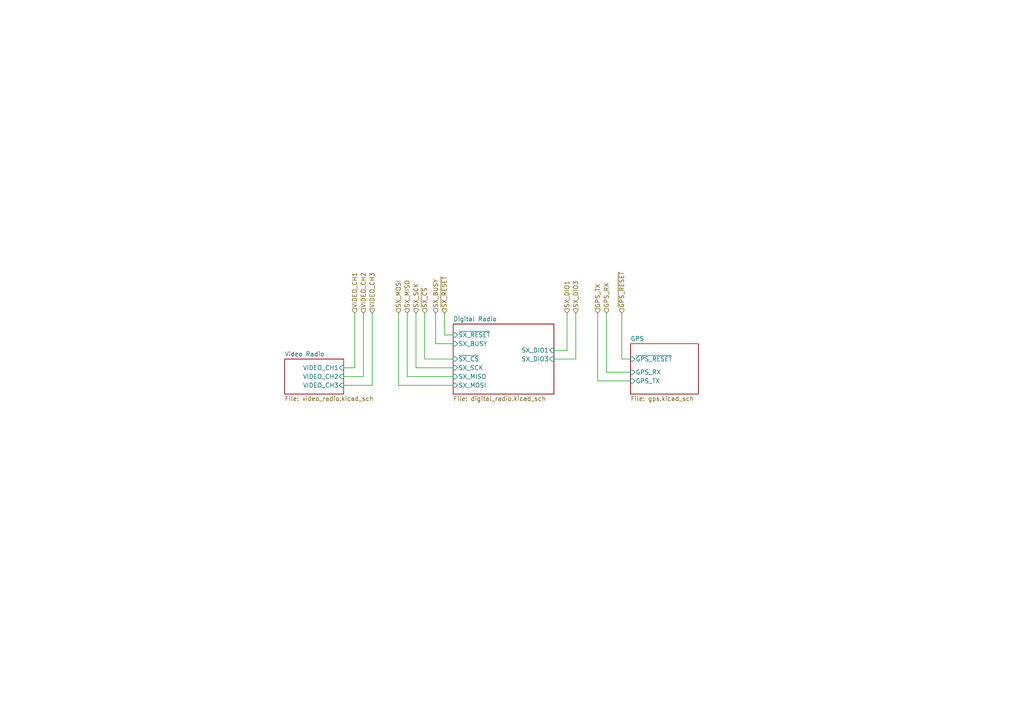
<source format=kicad_sch>
(kicad_sch (version 20230121) (generator eeschema)
  (paper "A4")
  (lib_symbols)
  (wire (pts (xy 160.655 101.6) (xy 164.465 101.6)))
  (wire (pts (xy 182.88 110.49) (xy 173.355 110.49)))
  (wire (pts (xy 107.95 111.76) (xy 107.95 90.805)))
  (wire (pts (xy 118.11 109.22) (xy 118.11 90.805)))
  (wire (pts (xy 99.695 111.76) (xy 107.95 111.76)))
  (wire (pts (xy 180.34 90.805) (xy 180.34 104.14)))
  (wire (pts (xy 99.695 106.68) (xy 102.87 106.68)))
  (wire (pts (xy 126.365 99.695) (xy 131.445 99.695)))
  (wire (pts (xy 167.005 104.14) (xy 160.655 104.14)))
  (wire (pts (xy 164.465 101.6) (xy 164.465 90.805)))
  (wire (pts (xy 173.355 110.49) (xy 173.355 90.805)))
  (wire (pts (xy 175.895 90.805) (xy 175.895 107.95)))
  (wire (pts (xy 128.905 97.155) (xy 128.905 90.805)))
  (wire (pts (xy 131.445 97.155) (xy 128.905 97.155)))
  (wire (pts (xy 126.365 90.805) (xy 126.365 99.695)))
  (wire (pts (xy 175.895 107.95) (xy 182.88 107.95)))
  (wire (pts (xy 131.445 104.14) (xy 123.19 104.14)))
  (wire (pts (xy 105.41 109.22) (xy 99.695 109.22)))
  (wire (pts (xy 120.65 90.805) (xy 120.65 106.68)))
  (wire (pts (xy 105.41 90.805) (xy 105.41 109.22)))
  (wire (pts (xy 131.445 109.22) (xy 118.11 109.22)))
  (wire (pts (xy 123.19 104.14) (xy 123.19 90.805)))
  (wire (pts (xy 115.57 111.76) (xy 131.445 111.76)))
  (wire (pts (xy 167.005 90.805) (xy 167.005 104.14)))
  (wire (pts (xy 115.57 90.805) (xy 115.57 111.76)))
  (wire (pts (xy 180.34 104.14) (xy 182.88 104.14)))
  (wire (pts (xy 102.87 106.68) (xy 102.87 90.805)))
  (wire (pts (xy 120.65 106.68) (xy 131.445 106.68)))
  (hierarchical_label "SX_MOSI" (shape input) (at 115.57 90.805 90))
  (hierarchical_label "VIDEO_CH3" (shape input) (at 107.95 90.805 90))
  (hierarchical_label "SX_BUSY" (shape input) (at 126.365 90.805 90))
  (hierarchical_label "SX_MISO" (shape input) (at 118.11 90.805 90))
  (hierarchical_label "VIDEO_CH1" (shape input) (at 102.87 90.805 90))
  (hierarchical_label "~{SX_RESET}" (shape input) (at 128.905 90.805 90))
  (hierarchical_label "SX_DIO1" (shape input) (at 164.465 90.805 90))
  (hierarchical_label "~{GPS_RESET}" (shape input) (at 180.34 90.805 90))
  (hierarchical_label "VIDEO_CH2" (shape input) (at 105.41 90.805 90))
  (hierarchical_label "~{SX_CS}" (shape input) (at 123.19 90.805 90))
  (hierarchical_label "GPS_RX" (shape input) (at 175.895 90.805 90))
  (hierarchical_label "GPS_TX" (shape input) (at 173.355 90.805 90))
  (hierarchical_label "SX_SCK" (shape input) (at 120.65 90.805 90))
  (hierarchical_label "SX_DIO3" (shape input) (at 167.005 90.805 90))
  (sheet (at 131.445 93.98) (size 29.21 20.32) (stroke (width 0.1524))
    (property "Sheetname" "Digital Radio" (at 131.445 93.2684 0) (effects (justify left bottom)))
    (property "Sheetfile" "digital_radio.kicad_sch" (at 131.445 114.8846 0) (effects (justify left top)))
    (pin "~{SX_RESET}" input (at 131.445 97.155 180))
    (pin "SX_BUSY" input (at 131.445 99.695 180))
    (pin "~{SX_CS}" input (at 131.445 104.14 180))
    (pin "SX_SCK" input (at 131.445 106.68 180))
    (pin "SX_MISO" input (at 131.445 109.22 180))
    (pin "SX_MOSI" input (at 131.445 111.76 180))
    (pin "SX_DIO3" input (at 160.655 104.14 0))
    (pin "SX_DIO1" input (at 160.655 101.6 0))
  )
  (sheet (at 82.55 104.14) (size 17.145 10.16) (stroke (width 0.1524))
    (property "Sheetname" "Video Radio" (at 82.55 103.4284 0) (effects (justify left bottom)))
    (property "Sheetfile" "video_radio.kicad_sch" (at 82.55 114.8846 0) (effects (justify left top)))
    (pin "VIDEO_CH3" input (at 99.695 111.76 0))
    (pin "VIDEO_CH2" input (at 99.695 109.22 0))
    (pin "VIDEO_CH1" input (at 99.695 106.68 0))
  )
  (sheet (at 182.88 99.695) (size 19.685 14.605) (stroke (width 0.1524))
    (property "Sheetname" "GPS" (at 182.88 98.9834 0) (effects (justify left bottom)))
    (property "Sheetfile" "gps.kicad_sch" (at 182.88 114.8846 0) (effects (justify left top)))
    (pin "GPS_RX" input (at 182.88 107.95 180))
    (pin "~{GPS_RESET}" input (at 182.88 104.14 180))
    (pin "GPS_TX" input (at 182.88 110.49 180))
  )
)
</source>
